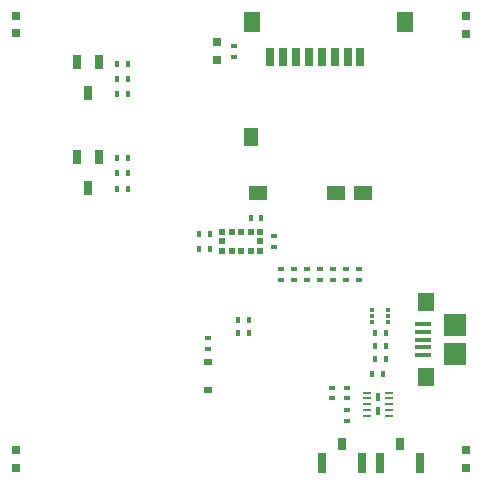
<source format=gbp>
G04 #@! TF.FileFunction,Paste,Bot*
%FSLAX46Y46*%
G04 Gerber Fmt 4.6, Leading zero omitted, Abs format (unit mm)*
G04 Created by KiCad (PCBNEW 4.1.0-alpha+201607160317+6981~46~ubuntu14.04.1-product) date Fri Jul 22 01:01:49 2016*
%MOMM*%
%LPD*%
G01*
G04 APERTURE LIST*
%ADD10C,0.100000*%
%ADD11R,0.400000X0.600000*%
%ADD12R,0.600000X0.400000*%
%ADD13R,1.900000X1.900000*%
%ADD14R,1.400000X1.600000*%
%ADD15R,1.350000X0.400000*%
%ADD16R,0.800000X0.600000*%
%ADD17R,0.800000X1.200000*%
%ADD18R,0.800000X1.700000*%
%ADD19R,0.800000X1.100000*%
%ADD20R,0.450000X0.300000*%
%ADD21R,0.500000X0.500000*%
%ADD22R,0.700000X0.250000*%
%ADD23R,0.384000X0.720000*%
%ADD24R,1.400000X1.700000*%
%ADD25R,0.800000X1.500000*%
%ADD26R,1.150000X1.500000*%
%ADD27R,1.500000X1.150000*%
%ADD28R,0.797560X0.797560*%
%ADD29R,0.750000X0.800000*%
G04 APERTURE END LIST*
D10*
D11*
X138050000Y-102450000D03*
X137150000Y-102450000D03*
D12*
X136800000Y-78150000D03*
X136800000Y-79050000D03*
X140150000Y-95152932D03*
X140150000Y-94252932D03*
D11*
X139100000Y-92752932D03*
X138200000Y-92752932D03*
D12*
X146350000Y-109000000D03*
X146350000Y-109900000D03*
X146350000Y-108000000D03*
X146350000Y-107100000D03*
D13*
X155500000Y-104225000D03*
X155500000Y-101825000D03*
D14*
X153050000Y-99825000D03*
X153050000Y-106225000D03*
D15*
X152825000Y-101725000D03*
X152825000Y-102375000D03*
X152825000Y-104325000D03*
X152825000Y-103675000D03*
X152825000Y-103025000D03*
D16*
X134625000Y-107325000D03*
X134625000Y-104925000D03*
D12*
X134600000Y-103800000D03*
X134600000Y-102900000D03*
D17*
X124450000Y-82150000D03*
X125400000Y-79550000D03*
X123500000Y-79550000D03*
X124450000Y-90150000D03*
X125400000Y-87550000D03*
X123500000Y-87550000D03*
D11*
X137150000Y-101350000D03*
X138050000Y-101350000D03*
D12*
X142950000Y-97950000D03*
X142950000Y-97050000D03*
X141850000Y-97950000D03*
X141850000Y-97050000D03*
X140740000Y-97050000D03*
X140740000Y-97950000D03*
D11*
X149650000Y-104700000D03*
X148750000Y-104700000D03*
X149650000Y-103600000D03*
X148750000Y-103600000D03*
D12*
X147350000Y-97950000D03*
X147350000Y-97050000D03*
X146250000Y-97950000D03*
X146250000Y-97050000D03*
X145150000Y-97950000D03*
X145150000Y-97050000D03*
X144050000Y-97050000D03*
X144050000Y-97950000D03*
D11*
X148750000Y-102500000D03*
X149650000Y-102500000D03*
X133850000Y-95352932D03*
X134750000Y-95352932D03*
X133850000Y-94052932D03*
X134750000Y-94052932D03*
X149400000Y-105900000D03*
X148500000Y-105900000D03*
D12*
X145050000Y-108000000D03*
X145050000Y-107100000D03*
D11*
X126900000Y-82250000D03*
X127800000Y-82250000D03*
X126900000Y-90250000D03*
X127800000Y-90250000D03*
X126900000Y-80950000D03*
X127800000Y-80950000D03*
X126900000Y-88950000D03*
X127800000Y-88950000D03*
X126900000Y-79650000D03*
X127800000Y-79650000D03*
X126900000Y-87650000D03*
X127800000Y-87650000D03*
D18*
X147600000Y-113500000D03*
X144200000Y-113500000D03*
D19*
X145900000Y-111850000D03*
D18*
X152550000Y-113500000D03*
X149150000Y-113500000D03*
D19*
X150850000Y-111850000D03*
D20*
X148450000Y-101500000D03*
X148450000Y-101000000D03*
X148450000Y-100500000D03*
X149800000Y-100500000D03*
X149800000Y-101000000D03*
X149800000Y-101500000D03*
D21*
X139000000Y-93902932D03*
X138200000Y-93902932D03*
X137400000Y-93902932D03*
X136600000Y-93902932D03*
X135800000Y-93902932D03*
X135800000Y-94702932D03*
X135800000Y-95502932D03*
X136600000Y-95502932D03*
X137400000Y-95502932D03*
X138200000Y-95502932D03*
X139000000Y-95502932D03*
X139000000Y-94702932D03*
D22*
X149875000Y-107500000D03*
X149875000Y-108000000D03*
X149875000Y-108500000D03*
X149875000Y-109000000D03*
X149875000Y-109500000D03*
X148025000Y-109500000D03*
X148025000Y-109000000D03*
X148025000Y-108500000D03*
X148025000Y-108000000D03*
X148025000Y-107500000D03*
D23*
X148950000Y-109100000D03*
X148950000Y-107900000D03*
D24*
X138350000Y-76150000D03*
D25*
X143100000Y-79050000D03*
X142000000Y-79050000D03*
X139800000Y-79050000D03*
X140900000Y-79050000D03*
X145300000Y-79050000D03*
X144200000Y-79050000D03*
X146400000Y-79050000D03*
X147500000Y-79050000D03*
D24*
X151250000Y-76150000D03*
D26*
X138225000Y-85900000D03*
D27*
X138800000Y-90625000D03*
X145400000Y-90625000D03*
X147700000Y-90625000D03*
D28*
X156450000Y-75650000D03*
X156450000Y-77148600D03*
X118350000Y-75600700D03*
X118350000Y-77099300D03*
X118350000Y-112400700D03*
X118350000Y-113899300D03*
X156450000Y-112400000D03*
X156450000Y-113898600D03*
D29*
X135350000Y-77850000D03*
X135350000Y-79350000D03*
M02*

</source>
